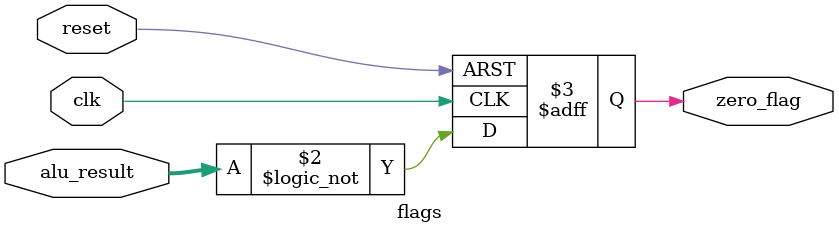
<source format=v>
module flags (
    input wire clk,
    input wire reset,
    input wire [7:0] alu_result,
    output reg zero_flag
);

    always @(posedge clk or posedge reset) begin
        if (reset)
            zero_flag <= 1'b0;
        else
            zero_flag <= (alu_result == 8'b00000000);
    end

endmodule

</source>
